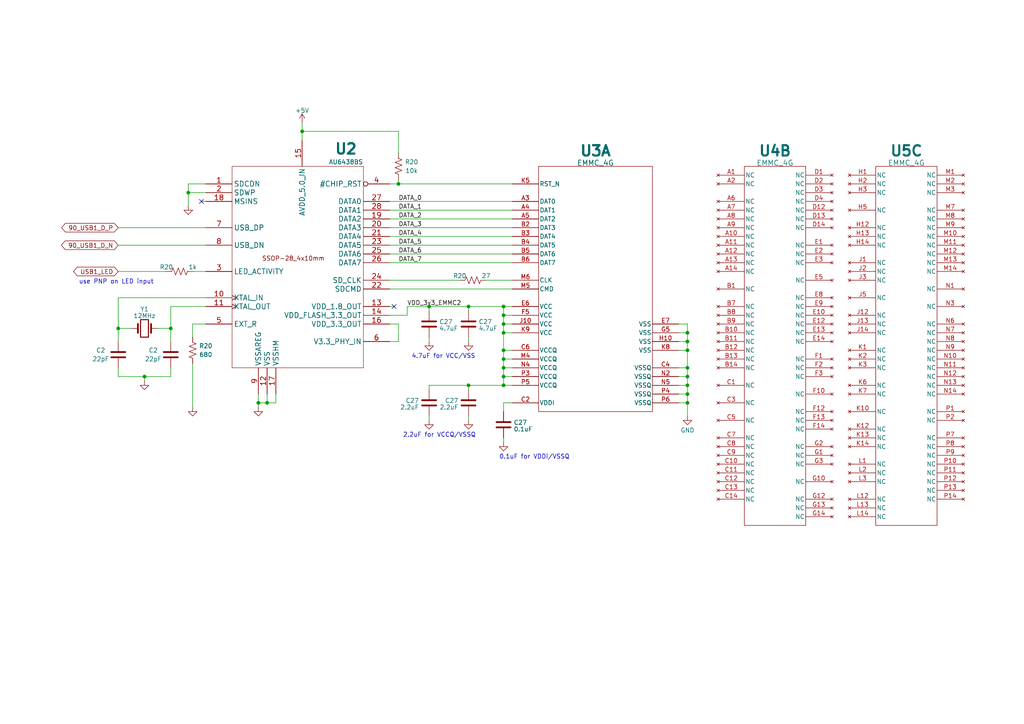
<source format=kicad_sch>
(kicad_sch (version 20230121) (generator eeschema)
  (paper "A4")
  (lib_symbols
    (symbol "Device:C" (pin_numbers hide) (pin_names (offset 0.254))
      (property "Reference" "C" (at 0.635 2.54 0))
      (property "Value" "C" (at 0.635 -2.54 0))
      (symbol "C_0_1"
        (polyline (pts (xy -2.032 -0.762) (xy 2.032 -0.762)) (stroke (width 0.508)))
        (polyline (pts (xy -2.032 0.762) (xy 2.032 0.762)) (stroke (width 0.508)))
      )
      (symbol "C_1_1"
        (pin passive line (at 0 3.81 270) (length 2.794) (name "~") (number "1"))
        (pin passive line (at 0 -3.81 90) (length 2.794) (name "~") (number "2"))
      )
    )
    (symbol "Device:Crystal" (pin_numbers hide) (pin_names (offset 1.016) hide)
      (property "Reference" "Y" (at 0 3.81 0))
      (property "Value" "Crystal" (at 0 -3.81 0))
      (symbol "Crystal_0_1"
        (rectangle (start -1.143 2.54) (end 1.143 -2.54) (stroke (width 0.3048)))
        (polyline (pts (xy -2.54 0) (xy -1.905 0)))
        (polyline (pts (xy -1.905 -1.27) (xy -1.905 1.27)) (stroke (width 0.508)))
        (polyline (pts (xy 1.905 -1.27) (xy 1.905 1.27)) (stroke (width 0.508)))
        (polyline (pts (xy 2.54 0) (xy 1.905 0)))
      )
      (symbol "Crystal_1_1"
        (pin passive line (at -3.81 0 0) (length 1.27) (name "1") (number "1"))
        (pin passive line (at 3.81 0 180) (length 1.27) (name "2") (number "2"))
      )
    )
    (symbol "Device:R_US" (pin_numbers hide) (pin_names (offset 0))
      (property "Reference" "R" (at 2.54 0 90))
      (property "Value" "R_US" (at -2.54 0 90))
      (symbol "R_US_0_1"
        (polyline (pts (xy 0 -2.286) (xy 0 -2.54)))
        (polyline (pts (xy 0 2.286) (xy 0 2.54)))
        (polyline (pts (xy 0 -0.762) (xy 1.016 -1.143) (xy 0 -1.524) (xy -1.016 -1.905) (xy 0 -2.286)))
        (polyline (pts (xy 0 0.762) (xy 1.016 0.381) (xy 0 0) (xy -1.016 -0.381) (xy 0 -0.762)))
        (polyline (pts (xy 0 2.286) (xy 1.016 1.905) (xy 0 1.524) (xy -1.016 1.143) (xy 0 0.762)))
      )
      (symbol "R_US_1_1"
        (pin passive line (at 0 3.81 270) (length 1.27) (name "~") (number "1"))
        (pin passive line (at 0 -3.81 90) (length 1.27) (name "~") (number "2"))
      )
    )
    (symbol "html_accel_Symbols:AU6438BS"
      (property "Reference" "U" (at 33.02 5.08 0))
      (property "Value" "AU6438BS" (at 33.02 1.27 0))
      (symbol "AU6438BS_0_1"
        (text "SSOP-28_4x10mm" (at 17.78 -26.67 0) (effects (font (size 1.27 1.27))))
      )
      (symbol "AU6438BS_1_1"
        (polyline (pts (xy 0 -58.42) (xy 38.1 -58.42)) (stroke (width 0.127)))
        (polyline (pts (xy 0 0) (xy 0 -58.42)) (stroke (width 0.127)))
        (polyline (pts (xy 38.1 -58.42) (xy 38.1 0)) (stroke (width 0.127)))
        (polyline (pts (xy 38.1 0) (xy 0 0)) (stroke (width 0.127)))
        (pin bidirectional line (at -7.62 -5.08 0) (length 7.62) (name "SDCDN") (number "1"))
        (pin input clock (at -7.62 -38.1 0) (length 7.62) (name "XTAL_IN") (number "10"))
        (pin input clock (at -7.62 -40.64 0) (length 7.62) (name "XTAL_OUT") (number "11"))
        (pin power_in line (at 10.16 -66.04 90) (length 7.62) (name "VSS") (number "12"))
        (pin power_out line (at 45.72 -40.64 180) (length 7.62) (name "VDD_1.8_OUT") (number "13"))
        (pin power_out line (at 45.72 -43.18 180) (length 7.62) (name "VDD_FLASH_3.3_OUT") (number "14"))
        (pin power_in line (at 20.32 7.62 270) (length 7.62) (name "AVDD_5.0_IN") (number "15"))
        (pin power_out line (at 45.72 -45.72 180) (length 7.62) (name "VDD_3.3_OUT") (number "16"))
        (pin power_in line (at 12.7 -66.04 90) (length 7.62) (name "VSSHM") (number "17"))
        (pin bidirectional line (at -7.62 -10.16 0) (length 7.62) (name "MSINS") (number "18"))
        (pin bidirectional line (at 45.72 -15.24 180) (length 7.62) (name "DATA2") (number "19"))
        (pin bidirectional line (at -7.62 -7.62 0) (length 7.62) (name "SDWP") (number "2"))
        (pin bidirectional line (at 45.72 -17.78 180) (length 7.62) (name "DATA3") (number "20"))
        (pin bidirectional line (at 45.72 -20.32 180) (length 7.62) (name "DATA4") (number "21"))
        (pin bidirectional line (at 45.72 -35.56 180) (length 7.62) (name "SDCMD") (number "22"))
        (pin bidirectional line (at 45.72 -22.86 180) (length 7.62) (name "DATA5") (number "23"))
        (pin bidirectional line (at 45.72 -33.02 180) (length 7.62) (name "SD_CLK") (number "24"))
        (pin bidirectional line (at 45.72 -25.4 180) (length 7.62) (name "DATA6") (number "25"))
        (pin bidirectional line (at 45.72 -27.94 180) (length 7.62) (name "DATA7") (number "26"))
        (pin bidirectional line (at 45.72 -10.16 180) (length 7.62) (name "DATA0") (number "27"))
        (pin bidirectional line (at 45.72 -12.7 180) (length 7.62) (name "DATA1") (number "28"))
        (pin output line (at -7.62 -30.48 0) (length 7.62) (name "LED_ACTIVITY") (number "3"))
        (pin input inverted (at 45.72 -5.08 180) (length 7.62) (name "#CHIP_RST") (number "4"))
        (pin input line (at -7.62 -45.72 0) (length 7.62) (name "EXT_R") (number "5"))
        (pin power_in line (at 45.72 -50.8 180) (length 7.62) (name "V3.3_PHY_IN") (number "6"))
        (pin bidirectional line (at -7.62 -17.78 0) (length 7.62) (name "USB_DP") (number "7"))
        (pin bidirectional line (at -7.62 -22.86 0) (length 7.62) (name "USB_DN") (number "8"))
        (pin power_in line (at 7.62 -66.04 90) (length 7.62) (name "VSSAREG") (number "9"))
      )
    )
    (symbol "html_accel_Symbols:EMMC_4G" (pin_names (offset 0.254))
      (property "Reference" "U" (at 15.24 12.7 0))
      (property "Value" "EMMC_4G" (at 17.78 7.62 0))
      (symbol "EMMC_4G_1_1"
        (rectangle (start 7.62 5.08) (end 40.64 -66.04))
        (pin bidirectional line (at 0 -5.08 0) (length 7.62) (name "DAT0") (number "A3"))
        (pin bidirectional line (at 0 -7.62 0) (length 7.62) (name "DAT1") (number "A4"))
        (pin bidirectional line (at 0 -10.16 0) (length 7.62) (name "DAT2") (number "A5"))
        (pin bidirectional line (at 0 -12.7 0) (length 7.62) (name "DAT3") (number "B2"))
        (pin bidirectional line (at 0 -15.24 0) (length 7.62) (name "DAT4") (number "B3"))
        (pin bidirectional line (at 0 -17.78 0) (length 7.62) (name "DAT5") (number "B4"))
        (pin bidirectional line (at 0 -20.32 0) (length 7.62) (name "DAT6") (number "B5"))
        (pin bidirectional line (at 0 -22.86 0) (length 7.62) (name "DAT7") (number "B6"))
        (pin power_out line (at 0 -63.5 0) (length 7.62) (name "VDDI") (number "C2"))
        (pin power_in line (at 48.26 -53.34 180) (length 7.62) (name "VSSQ") (number "C4"))
        (pin power_in line (at 0 -48.26 0) (length 7.62) (name "VCCQ") (number "C6"))
        (pin power_in line (at 0 -35.56 0) (length 7.62) (name "VCC") (number "E6"))
        (pin power_in line (at 48.26 -40.64 180) (length 7.62) (name "VSS") (number "E7"))
        (pin power_in line (at 0 -38.1 0) (length 7.62) (name "VCC") (number "F5"))
        (pin power_in line (at 48.26 -43.18 180) (length 7.62) (name "VSS") (number "G5"))
        (pin power_in line (at 48.26 -45.72 180) (length 7.62) (name "VSS") (number "H10"))
        (pin power_in line (at 0 -40.64 0) (length 7.62) (name "VCC") (number "J10"))
        (pin bidirectional line (at 0 0 0) (length 7.62) (name "RST_N") (number "K5"))
        (pin power_in line (at 48.26 -48.26 180) (length 7.62) (name "VSS") (number "K8"))
        (pin power_in line (at 0 -43.18 0) (length 7.62) (name "VCC") (number "K9"))
        (pin power_in line (at 0 -50.8 0) (length 7.62) (name "VCCQ") (number "M4"))
        (pin bidirectional line (at 0 -30.48 0) (length 7.62) (name "CMD") (number "M5"))
        (pin input line (at 0 -27.94 0) (length 7.62) (name "CLK") (number "M6"))
        (pin power_in line (at 48.26 -55.88 180) (length 7.62) (name "VSSQ") (number "N2"))
        (pin power_in line (at 0 -53.34 0) (length 7.62) (name "VCCQ") (number "N4"))
        (pin power_in line (at 48.26 -58.42 180) (length 7.62) (name "VSSQ") (number "N5"))
        (pin power_in line (at 0 -55.88 0) (length 7.62) (name "VCCQ") (number "P3"))
        (pin power_in line (at 48.26 -60.96 180) (length 7.62) (name "VSSQ") (number "P4"))
        (pin power_in line (at 0 -58.42 0) (length 7.62) (name "VCCQ") (number "P5"))
        (pin power_in line (at 48.26 -63.5 180) (length 7.62) (name "VSSQ") (number "P6"))
      )
      (symbol "EMMC_4G_2_1"
        (rectangle (start 7.62 5.08) (end 25.4 -99.06))
        (pin no_connect line (at 0 2.54 0) (length 7.62) (name "NC") (number "A1"))
        (pin no_connect line (at 0 -15.24 0) (length 7.62) (name "NC") (number "A10"))
        (pin no_connect line (at 0 -17.78 0) (length 7.62) (name "NC") (number "A11"))
        (pin no_connect line (at 0 -20.32 0) (length 7.62) (name "NC") (number "A12"))
        (pin no_connect line (at 0 -22.86 0) (length 7.62) (name "NC") (number "A13"))
        (pin no_connect line (at 0 -25.4 0) (length 7.62) (name "NC") (number "A14"))
        (pin no_connect line (at 0 0 0) (length 7.62) (name "NC") (number "A2"))
        (pin no_connect line (at 0 -5.08 0) (length 7.62) (name "NC") (number "A6"))
        (pin no_connect line (at 0 -7.62 0) (length 7.62) (name "NC") (number "A7"))
        (pin no_connect line (at 0 -10.16 0) (length 7.62) (name "NC") (number "A8"))
        (pin no_connect line (at 0 -12.7 0) (length 7.62) (name "NC") (number "A9"))
        (pin no_connect line (at 0 -30.48 0) (length 7.62) (name "NC") (number "B1"))
        (pin no_connect line (at 0 -43.18 0) (length 7.62) (name "NC") (number "B10"))
        (pin no_connect line (at 0 -45.72 0) (length 7.62) (name "NC") (number "B11"))
        (pin no_connect line (at 0 -48.26 0) (length 7.62) (name "NC") (number "B12"))
        (pin no_connect line (at 0 -50.8 0) (length 7.62) (name "NC") (number "B13"))
        (pin no_connect line (at 0 -53.34 0) (length 7.62) (name "NC") (number "B14"))
        (pin no_connect line (at 0 -35.56 0) (length 7.62) (name "NC") (number "B7"))
        (pin no_connect line (at 0 -38.1 0) (length 7.62) (name "NC") (number "B8"))
        (pin no_connect line (at 0 -40.64 0) (length 7.62) (name "NC") (number "B9"))
        (pin no_connect line (at 0 -58.42 0) (length 7.62) (name "NC") (number "C1"))
        (pin no_connect line (at 0 -81.28 0) (length 7.62) (name "NC") (number "C10"))
        (pin no_connect line (at 0 -83.82 0) (length 7.62) (name "NC") (number "C11"))
        (pin no_connect line (at 0 -86.36 0) (length 7.62) (name "NC") (number "C12"))
        (pin no_connect line (at 0 -88.9 0) (length 7.62) (name "NC") (number "C13"))
        (pin no_connect line (at 0 -91.44 0) (length 7.62) (name "NC") (number "C14"))
        (pin no_connect line (at 0 -63.5 0) (length 7.62) (name "NC") (number "C3"))
        (pin no_connect line (at 0 -68.58 0) (length 7.62) (name "NC") (number "C5"))
        (pin no_connect line (at 0 -73.66 0) (length 7.62) (name "NC") (number "C7"))
        (pin no_connect line (at 0 -76.2 0) (length 7.62) (name "NC") (number "C8"))
        (pin no_connect line (at 0 -78.74 0) (length 7.62) (name "NC") (number "C9"))
        (pin no_connect line (at 33.02 2.54 180) (length 7.62) (name "NC") (number "D1"))
        (pin no_connect line (at 33.02 -7.62 180) (length 7.62) (name "NC") (number "D12"))
        (pin no_connect line (at 33.02 -10.16 180) (length 7.62) (name "NC") (number "D13"))
        (pin no_connect line (at 33.02 -12.7 180) (length 7.62) (name "NC") (number "D14"))
        (pin no_connect line (at 33.02 0 180) (length 7.62) (name "NC") (number "D2"))
        (pin no_connect line (at 33.02 -2.54 180) (length 7.62) (name "NC") (number "D3"))
        (pin no_connect line (at 33.02 -5.08 180) (length 7.62) (name "NC") (number "D4"))
        (pin no_connect line (at 33.02 -17.78 180) (length 7.62) (name "NC") (number "E1"))
        (pin no_connect line (at 33.02 -38.1 180) (length 7.62) (name "NC") (number "E10"))
        (pin no_connect line (at 33.02 -40.64 180) (length 7.62) (name "NC") (number "E12"))
        (pin no_connect line (at 33.02 -43.18 180) (length 7.62) (name "NC") (number "E13"))
        (pin no_connect line (at 33.02 -45.72 180) (length 7.62) (name "NC") (number "E14"))
        (pin no_connect line (at 33.02 -20.32 180) (length 7.62) (name "NC") (number "E2"))
        (pin no_connect line (at 33.02 -22.86 180) (length 7.62) (name "NC") (number "E3"))
        (pin no_connect line (at 33.02 -27.94 180) (length 7.62) (name "NC") (number "E5"))
        (pin no_connect line (at 33.02 -33.02 180) (length 7.62) (name "NC") (number "E8"))
        (pin no_connect line (at 33.02 -35.56 180) (length 7.62) (name "NC") (number "E9"))
        (pin no_connect line (at 33.02 -50.8 180) (length 7.62) (name "NC") (number "F1"))
        (pin no_connect line (at 33.02 -60.96 180) (length 7.62) (name "NC") (number "F10"))
        (pin no_connect line (at 33.02 -66.04 180) (length 7.62) (name "NC") (number "F12"))
        (pin no_connect line (at 33.02 -68.58 180) (length 7.62) (name "NC") (number "F13"))
        (pin no_connect line (at 33.02 -71.12 180) (length 7.62) (name "NC") (number "F14"))
        (pin no_connect line (at 33.02 -53.34 180) (length 7.62) (name "NC") (number "F2"))
        (pin no_connect line (at 33.02 -55.88 180) (length 7.62) (name "NC") (number "F3"))
        (pin no_connect line (at 33.02 -78.74 180) (length 7.62) (name "NC") (number "G1"))
        (pin no_connect line (at 33.02 -86.36 180) (length 7.62) (name "NC") (number "G10"))
        (pin no_connect line (at 33.02 -91.44 180) (length 7.62) (name "NC") (number "G12"))
        (pin no_connect line (at 33.02 -93.98 180) (length 7.62) (name "NC") (number "G13"))
        (pin no_connect line (at 33.02 -96.52 180) (length 7.62) (name "NC") (number "G14"))
        (pin no_connect line (at 33.02 -76.2 180) (length 7.62) (name "NC") (number "G2"))
        (pin no_connect line (at 33.02 -81.28 180) (length 7.62) (name "NC") (number "G3"))
      )
      (symbol "EMMC_4G_3_1"
        (rectangle (start 7.62 5.08) (end 25.4 -99.06))
        (pin no_connect line (at 0 2.54 0) (length 7.62) (name "NC") (number "H1"))
        (pin no_connect line (at 0 -12.7 0) (length 7.62) (name "NC") (number "H12"))
        (pin no_connect line (at 0 -15.24 0) (length 7.62) (name "NC") (number "H13"))
        (pin no_connect line (at 0 -17.78 0) (length 7.62) (name "NC") (number "H14"))
        (pin no_connect line (at 0 0 0) (length 7.62) (name "NC") (number "H2"))
        (pin no_connect line (at 0 -2.54 0) (length 7.62) (name "NC") (number "H3"))
        (pin no_connect line (at 0 -7.62 0) (length 7.62) (name "NC") (number "H5"))
        (pin no_connect line (at 0 -22.86 0) (length 7.62) (name "NC") (number "J1"))
        (pin no_connect line (at 0 -38.1 0) (length 7.62) (name "NC") (number "J12"))
        (pin no_connect line (at 0 -40.64 0) (length 7.62) (name "NC") (number "J13"))
        (pin no_connect line (at 0 -43.18 0) (length 7.62) (name "NC") (number "J14"))
        (pin no_connect line (at 0 -25.4 0) (length 7.62) (name "NC") (number "J2"))
        (pin no_connect line (at 0 -27.94 0) (length 7.62) (name "NC") (number "J3"))
        (pin no_connect line (at 0 -33.02 0) (length 7.62) (name "NC") (number "J5"))
        (pin no_connect line (at 0 -48.26 0) (length 7.62) (name "NC") (number "K1"))
        (pin no_connect line (at 0 -66.04 0) (length 7.62) (name "NC") (number "K10"))
        (pin no_connect line (at 0 -71.12 0) (length 7.62) (name "NC") (number "K12"))
        (pin no_connect line (at 0 -73.66 0) (length 7.62) (name "NC") (number "K13"))
        (pin no_connect line (at 0 -76.2 0) (length 7.62) (name "NC") (number "K14"))
        (pin no_connect line (at 0 -50.8 0) (length 7.62) (name "NC") (number "K2"))
        (pin no_connect line (at 0 -53.34 0) (length 7.62) (name "NC") (number "K3"))
        (pin no_connect line (at 0 -58.42 0) (length 7.62) (name "NC") (number "K6"))
        (pin no_connect line (at 0 -60.96 0) (length 7.62) (name "NC") (number "K7"))
        (pin no_connect line (at 0 -81.28 0) (length 7.62) (name "NC") (number "L1"))
        (pin no_connect line (at 0 -91.44 0) (length 7.62) (name "NC") (number "L12"))
        (pin no_connect line (at 0 -93.98 0) (length 7.62) (name "NC") (number "L13"))
        (pin no_connect line (at 0 -96.52 0) (length 7.62) (name "NC") (number "L14"))
        (pin no_connect line (at 0 -83.82 0) (length 7.62) (name "NC") (number "L2"))
        (pin no_connect line (at 0 -86.36 0) (length 7.62) (name "NC") (number "L3"))
        (pin no_connect line (at 33.02 2.54 180) (length 7.62) (name "NC") (number "M1"))
        (pin no_connect line (at 33.02 -15.24 180) (length 7.62) (name "NC") (number "M10"))
        (pin no_connect line (at 33.02 -17.78 180) (length 7.62) (name "NC") (number "M11"))
        (pin no_connect line (at 33.02 -20.32 180) (length 7.62) (name "NC") (number "M12"))
        (pin no_connect line (at 33.02 -22.86 180) (length 7.62) (name "NC") (number "M13"))
        (pin no_connect line (at 33.02 -25.4 180) (length 7.62) (name "NC") (number "M14"))
        (pin no_connect line (at 33.02 0 180) (length 7.62) (name "NC") (number "M2"))
        (pin no_connect line (at 33.02 -2.54 180) (length 7.62) (name "NC") (number "M3"))
        (pin no_connect line (at 33.02 -7.62 180) (length 7.62) (name "NC") (number "M7"))
        (pin no_connect line (at 33.02 -10.16 180) (length 7.62) (name "NC") (number "M8"))
        (pin no_connect line (at 33.02 -12.7 180) (length 7.62) (name "NC") (number "M9"))
        (pin no_connect line (at 33.02 -30.48 180) (length 7.62) (name "NC") (number "N1"))
        (pin no_connect line (at 33.02 -50.8 180) (length 7.62) (name "NC") (number "N10"))
        (pin no_connect line (at 33.02 -53.34 180) (length 7.62) (name "NC") (number "N11"))
        (pin no_connect line (at 33.02 -55.88 180) (length 7.62) (name "NC") (number "N12"))
        (pin no_connect line (at 33.02 -58.42 180) (length 7.62) (name "NC") (number "N13"))
        (pin no_connect line (at 33.02 -60.96 180) (length 7.62) (name "NC") (number "N14"))
        (pin no_connect line (at 33.02 -35.56 180) (length 7.62) (name "NC") (number "N3"))
        (pin no_connect line (at 33.02 -40.64 180) (length 7.62) (name "NC") (number "N6"))
        (pin no_connect line (at 33.02 -43.18 180) (length 7.62) (name "NC") (number "N7"))
        (pin no_connect line (at 33.02 -45.72 180) (length 7.62) (name "NC") (number "N8"))
        (pin no_connect line (at 33.02 -48.26 180) (length 7.62) (name "NC") (number "N9"))
        (pin no_connect line (at 33.02 -66.04 180) (length 7.62) (name "NC") (number "P1"))
        (pin no_connect line (at 33.02 -81.28 180) (length 7.62) (name "NC") (number "P10"))
        (pin no_connect line (at 33.02 -83.82 180) (length 7.62) (name "NC") (number "P11"))
        (pin no_connect line (at 33.02 -86.36 180) (length 7.62) (name "NC") (number "P12"))
        (pin no_connect line (at 33.02 -88.9 180) (length 7.62) (name "NC") (number "P13"))
        (pin no_connect line (at 33.02 -91.44 180) (length 7.62) (name "NC") (number "P14"))
        (pin no_connect line (at 33.02 -68.58 180) (length 7.62) (name "NC") (number "P2"))
        (pin no_connect line (at 33.02 -73.66 180) (length 7.62) (name "NC") (number "P7"))
        (pin no_connect line (at 33.02 -76.2 180) (length 7.62) (name "NC") (number "P8"))
        (pin no_connect line (at 33.02 -78.74 180) (length 7.62) (name "NC") (number "P9"))
      )
    )
    (symbol "power:+5V" (power) (pin_names (offset 0))
      (property "Value" "+5V" (at 0 3.556 0))
      (symbol "+5V_0_1"
        (polyline (pts (xy -0.762 1.27) (xy 0 2.54)))
        (polyline (pts (xy 0 0) (xy 0 2.54)))
        (polyline (pts (xy 0 2.54) (xy 0.762 1.27)))
      )
      (symbol "+5V_1_1"
        (pin power_in line (at 0 0 90) (length 0) hide (name "+5V") (number "1"))
      )
    )
    (symbol "power:GND" (power) (pin_names (offset 0))
      (property "Value" "GND" (at 0 -3.81 0))
      (symbol "GND_0_1"
        (polyline (pts (xy 0 0) (xy 0 -1.27) (xy 1.27 -1.27) (xy 0 -2.54) (xy -1.27 -1.27) (xy 0 -1.27)))
      )
      (symbol "GND_1_1"
        (pin power_in line (at 0 0 270) (length 0) hide (name "GND") (number "1"))
      )
    )
  )
  (junction (at 199.39 111.76))
  (junction (at 41.91 109.22))
  (junction (at 146.05 101.6))
  (junction (at 49.53 95.25))
  (junction (at 146.05 96.52))
  (junction (at 87.63 38.1))
  (junction (at 115.57 53.34))
  (junction (at 199.39 116.84))
  (junction (at 199.39 106.68))
  (junction (at 74.93 116.84))
  (junction (at 146.05 88.9))
  (junction (at 135.89 111.76))
  (junction (at 199.39 96.52))
  (junction (at 77.47 116.84))
  (junction (at 135.89 88.9))
  (junction (at 146.05 111.76))
  (junction (at 54.61 55.88))
  (junction (at 146.05 109.22))
  (junction (at 199.39 114.3))
  (junction (at 199.39 109.22))
  (junction (at 34.29 95.25))
  (junction (at 124.46 88.9))
  (junction (at 199.39 99.06))
  (junction (at 146.05 104.14))
  (junction (at 199.39 101.6))
  (junction (at 146.05 93.98))
  (junction (at 146.05 106.68))
  (junction (at 146.05 91.44))
  (no_connect (at 114.3 88.9))
  (no_connect (at 58.42 58.42))
  (wire (pts (xy 113.03 93.98) (xy 115.57 93.98)))
  (wire (pts (xy 34.29 109.22) (xy 34.29 106.68)))
  (wire (pts (xy 199.39 109.22) (xy 199.39 111.76)))
  (wire (pts (xy 113.03 53.34) (xy 115.57 53.34)))
  (wire (pts (xy 124.46 88.9) (xy 124.46 90.17)))
  (wire (pts (xy 146.05 116.84) (xy 146.05 119.38)))
  (wire (pts (xy 113.03 63.5) (xy 148.59 63.5)))
  (wire (pts (xy 146.05 101.6) (xy 148.59 101.6)))
  (wire (pts (xy 146.05 93.98) (xy 146.05 91.44)))
  (wire (pts (xy 199.39 93.98) (xy 199.39 96.52)))
  (wire (pts (xy 196.85 96.52) (xy 199.39 96.52)))
  (wire (pts (xy 135.89 111.76) (xy 135.89 113.03)))
  (wire (pts (xy 196.85 111.76) (xy 199.39 111.76)))
  (wire (pts (xy 80.01 116.84) (xy 77.47 116.84)))
  (wire (pts (xy 59.69 71.12) (xy 34.29 71.12)))
  (wire (pts (xy 146.05 91.44) (xy 148.59 91.44)))
  (wire (pts (xy 196.85 116.84) (xy 199.39 116.84)))
  (wire (pts (xy 196.85 93.98) (xy 199.39 93.98)))
  (wire (pts (xy 115.57 99.06) (xy 113.03 99.06)))
  (wire (pts (xy 59.69 93.98) (xy 55.88 93.98)))
  (wire (pts (xy 41.91 110.49) (xy 41.91 109.22)))
  (wire (pts (xy 115.57 44.45) (xy 115.57 38.1)))
  (wire (pts (xy 54.61 53.34) (xy 54.61 55.88)))
  (wire (pts (xy 113.03 66.04) (xy 148.59 66.04)))
  (wire (pts (xy 199.39 116.84) (xy 199.39 120.65)))
  (wire (pts (xy 146.05 101.6) (xy 146.05 96.52)))
  (wire (pts (xy 113.03 88.9) (xy 114.3 88.9)))
  (wire (pts (xy 59.69 53.34) (xy 54.61 53.34)))
  (wire (pts (xy 146.05 88.9) (xy 148.59 88.9)))
  (wire (pts (xy 146.05 104.14) (xy 146.05 101.6)))
  (wire (pts (xy 49.53 88.9) (xy 59.69 88.9)))
  (wire (pts (xy 34.29 78.74) (xy 48.26 78.74)))
  (wire (pts (xy 41.91 109.22) (xy 49.53 109.22)))
  (wire (pts (xy 135.89 99.06) (xy 135.89 97.79)))
  (wire (pts (xy 74.93 114.3) (xy 74.93 116.84)))
  (wire (pts (xy 115.57 53.34) (xy 148.59 53.34)))
  (wire (pts (xy 199.39 106.68) (xy 199.39 109.22)))
  (wire (pts (xy 55.88 93.98) (xy 55.88 97.79)))
  (wire (pts (xy 199.39 114.3) (xy 199.39 116.84)))
  (wire (pts (xy 124.46 99.06) (xy 124.46 97.79)))
  (wire (pts (xy 199.39 111.76) (xy 199.39 114.3)))
  (wire (pts (xy 148.59 116.84) (xy 146.05 116.84)))
  (wire (pts (xy 113.03 73.66) (xy 148.59 73.66)))
  (wire (pts (xy 54.61 55.88) (xy 54.61 59.69)))
  (wire (pts (xy 59.69 55.88) (xy 54.61 55.88)))
  (wire (pts (xy 148.59 111.76) (xy 146.05 111.76)))
  (wire (pts (xy 140.97 81.28) (xy 148.59 81.28)))
  (wire (pts (xy 196.85 101.6) (xy 199.39 101.6)))
  (wire (pts (xy 135.89 111.76) (xy 124.46 111.76)))
  (wire (pts (xy 146.05 106.68) (xy 146.05 104.14)))
  (wire (pts (xy 146.05 91.44) (xy 146.05 88.9)))
  (wire (pts (xy 77.47 116.84) (xy 74.93 116.84)))
  (wire (pts (xy 146.05 96.52) (xy 146.05 93.98)))
  (wire (pts (xy 55.88 78.74) (xy 59.69 78.74)))
  (wire (pts (xy 34.29 86.36) (xy 59.69 86.36)))
  (wire (pts (xy 146.05 96.52) (xy 148.59 96.52)))
  (wire (pts (xy 49.53 106.68) (xy 49.53 109.22)))
  (wire (pts (xy 113.03 76.2) (xy 148.59 76.2)))
  (wire (pts (xy 146.05 93.98) (xy 148.59 93.98)))
  (wire (pts (xy 113.03 68.58) (xy 148.59 68.58)))
  (wire (pts (xy 135.89 88.9) (xy 146.05 88.9)))
  (wire (pts (xy 146.05 111.76) (xy 146.05 109.22)))
  (wire (pts (xy 113.03 71.12) (xy 148.59 71.12)))
  (wire (pts (xy 196.85 109.22) (xy 199.39 109.22)))
  (wire (pts (xy 115.57 52.07) (xy 115.57 53.34)))
  (wire (pts (xy 199.39 96.52) (xy 199.39 99.06)))
  (wire (pts (xy 115.57 38.1) (xy 87.63 38.1)))
  (wire (pts (xy 74.93 116.84) (xy 74.93 118.11)))
  (wire (pts (xy 118.11 88.9) (xy 124.46 88.9)))
  (wire (pts (xy 113.03 58.42) (xy 148.59 58.42)))
  (wire (pts (xy 124.46 88.9) (xy 135.89 88.9)))
  (wire (pts (xy 49.53 95.25) (xy 49.53 99.06)))
  (wire (pts (xy 115.57 93.98) (xy 115.57 99.06)))
  (wire (pts (xy 124.46 111.76) (xy 124.46 113.03)))
  (wire (pts (xy 146.05 106.68) (xy 148.59 106.68)))
  (wire (pts (xy 34.29 86.36) (xy 34.29 95.25)))
  (wire (pts (xy 113.03 81.28) (xy 133.35 81.28)))
  (wire (pts (xy 113.03 91.44) (xy 118.11 91.44)))
  (wire (pts (xy 199.39 99.06) (xy 199.39 101.6)))
  (wire (pts (xy 146.05 109.22) (xy 146.05 106.68)))
  (wire (pts (xy 135.89 88.9) (xy 135.89 90.17)))
  (wire (pts (xy 77.47 114.3) (xy 77.47 116.84)))
  (wire (pts (xy 55.88 105.41) (xy 55.88 118.11)))
  (wire (pts (xy 49.53 88.9) (xy 49.53 95.25)))
  (wire (pts (xy 196.85 106.68) (xy 199.39 106.68)))
  (wire (pts (xy 87.63 35.56) (xy 87.63 38.1)))
  (wire (pts (xy 80.01 114.3) (xy 80.01 116.84)))
  (wire (pts (xy 146.05 128.27) (xy 146.05 127)))
  (wire (pts (xy 41.91 109.22) (xy 34.29 109.22)))
  (wire (pts (xy 196.85 99.06) (xy 199.39 99.06)))
  (wire (pts (xy 34.29 95.25) (xy 38.1 95.25)))
  (wire (pts (xy 59.69 66.04) (xy 34.29 66.04)))
  (wire (pts (xy 113.03 60.96) (xy 148.59 60.96)))
  (wire (pts (xy 146.05 111.76) (xy 135.89 111.76)))
  (wire (pts (xy 124.46 121.92) (xy 124.46 120.65)))
  (wire (pts (xy 135.89 121.92) (xy 135.89 120.65)))
  (wire (pts (xy 196.85 114.3) (xy 199.39 114.3)))
  (wire (pts (xy 59.69 58.42) (xy 58.42 58.42)))
  (wire (pts (xy 34.29 95.25) (xy 34.29 99.06)))
  (wire (pts (xy 113.03 83.82) (xy 148.59 83.82)))
  (wire (pts (xy 118.11 91.44) (xy 118.11 88.9)))
  (wire (pts (xy 45.72 95.25) (xy 49.53 95.25)))
  (wire (pts (xy 87.63 38.1) (xy 87.63 40.64)))
  (wire (pts (xy 146.05 109.22) (xy 148.59 109.22)))
  (wire (pts (xy 199.39 101.6) (xy 199.39 106.68)))
  (wire (pts (xy 146.05 104.14) (xy 148.59 104.14)))
  (text "4.7uF for VCC/VSS" (at 119.38 104.14 0) (effects (font (size 1.27 1.27)) (justify left bottom)))
  (text "0.1uF for VDDi/VSSQ" (at 144.78 133.35 0) (effects (font (size 1.27 1.27)) (justify left bottom)))
  (text "use PNP on LED input" (at 22.86 82.55 0) (effects (font (size 1.27 1.27)) (justify left bottom)))
  (text "2.2uF for VCCQ/VSSQ" (at 116.84 127 0) (effects (font (size 1.27 1.27)) (justify left bottom)))
  (label "DATA_0" (at 115.57 58.42 0))
  (label "DATA_5" (at 115.57 71.12 0))
  (label "DATA_7" (at 115.57 76.2 0))
  (label "DATA_3" (at 115.57 66.04 0))
  (label "DATA_1" (at 115.57 60.96 0))
  (label "VDD_3v3_EMMC2" (at 118.11 88.9 0))
  (label "DATA_2" (at 115.57 63.5 0))
  (label "DATA_6" (at 115.57 73.66 0))
  (label "DATA_4" (at 115.57 68.58 0))
  (global_label "90_USB1_D_N" (shape bidirectional) (at 34.29 71.12 180) (property "Intersheetrefs" "${INTERSHEET_REFS}" (at 17.3311 71.12 0) (effects (justify right))))
  (global_label "USB1_LED" (shape bidirectional) (at 34.29 78.74 180) (property "Intersheetrefs" "${INTERSHEET_REFS}" (at 20.8387 78.74 0) (effects (justify right))))
  (global_label "90_USB1_D_P" (shape bidirectional) (at 34.29 66.04 180) (property "Intersheetrefs" "${INTERSHEET_REFS}" (at 17.3916 66.04 0) (effects (justify right))))
  (symbol (lib_id "power:GND") (at 135.89 99.06 0) (unit 1)
    (property "Reference" "#PWR044" (effects hide))
    (property "Value" "GND" (effects hide))
    (instances (project "html_accelerator" (path "" (reference "#PWR044") (unit 1)) (path "" (reference "#PWR074") (unit 1)) (path "" (reference "#PWR095") (unit 1)) (path "" (reference "#PWR0106") (unit 1)) (path "" (reference "#PWR080") (unit 1))))
  )
  (symbol (lib_id "power:GND") (at 124.46 99.06 0) (unit 1)
    (property "Reference" "#PWR044" (effects hide))
    (property "Value" "GND" (effects hide))
    (instances (project "html_accelerator" (path "" (reference "#PWR044") (unit 1)) (path "" (reference "#PWR073") (unit 1)) (path "" (reference "#PWR093") (unit 1)) (path "" (reference "#PWR0104") (unit 1)) (path "" (reference "#PWR079") (unit 1))))
  )
  (symbol (lib_id "power:GND") (at 41.91 110.49 0) (unit 1)
    (property "Reference" "#PWR012" (effects hide))
    (property "Value" "GND" (effects hide))
    (instances (project "html_accelerator" (path "" (reference "#PWR012") (unit 1)) (path "" (reference "#PWR057") (unit 1)) (path "" (reference "#PWR069") (unit 1)) (path "" (reference "#PWR088") (unit 1)) (path "" (reference "#PWR099") (unit 1)) (path "" (reference "#PWR081") (unit 1))))
  )
  (symbol (lib_id "Device:R_US") (at 137.16 81.28 90) (unit 1)
    (property "Reference" "R20" (at 133.35 80.01 90))
    (property "Value" "27" (at 140.97 80.01 90))
    (property "Footprint" "Resistor_SMD:R_0805_2012Metric_Pad1.20x1.40mm_HandSolder" (effects hide))
    (instances (project "html_accelerator" (path "" (reference "R20") (unit 1)) (path "" (reference "R3") (unit 1)) (path "" (reference "R40") (unit 1)) (path "" (reference "R51") (unit 1)) (path "" (reference "R55") (unit 1)) (path "" (reference "R48") (unit 1))))
  )
  (symbol (lib_id "power:GND") (at 124.46 121.92 0) (unit 1)
    (property "Reference" "#PWR044" (effects hide))
    (property "Value" "GND" (effects hide))
    (instances (project "html_accelerator" (path "" (reference "#PWR044") (unit 1)) (path "" (reference "#PWR075") (unit 1)) (path "" (reference "#PWR094") (unit 1)) (path "" (reference "#PWR0105") (unit 1)) (path "" (reference "#PWR085") (unit 1))))
  )
  (symbol (lib_id "html_accel_Symbols:EMMC_4G") (at 208.28 53.34 0) (unit 2)
    (property "Reference" "U4" (at 224.79 43.754 0) (effects (font (size 3 3) bold)))
    (property "Value" "EMMC_4G" (at 224.79 47.2581 0) (effects (font (size 1.524 1.524))))
    (property "Footprint" "html_accel_footprints:EMMC04G-M627-X03U_KNT" (effects hide))
    (property "Datasheet" "EMMC04G-MK27-C01C" (effects hide))
    (instances (project "html_accelerator" (path "" (reference "U4") (unit 2)) (path "" (reference "U5") (unit 2)) (path "" (reference "U9") (unit 2)) (path "" (reference "U5") (unit 2))))
  )
  (symbol (lib_id "Device:C") (at 146.05 123.19 0) (unit 1)
    (property "Reference" "C27" (at 148.971 122.5463 0) (effects (justify left)))
    (property "Value" "0.1uF" (at 148.971 124.4673 0) (effects (justify left)))
    (property "Footprint" "Capacitor_SMD:C_0805_2012Metric_Pad1.18x1.45mm_HandSolder" (effects hide))
    (instances (project "html_accelerator" (path "" (reference "C27") (unit 1)) (path "" (reference "C40") (unit 1)) (path "" (reference "C58") (unit 1)) (path "" (reference "C65") (unit 1)) (path "" (reference "C51") (unit 1))))
  )
  (symbol (lib_id "Device:C") (at 135.89 93.98 0) (unit 1)
    (property "Reference" "C27" (at 138.811 93.3363 0) (effects (justify left)))
    (property "Value" "4.7uF" (at 138.811 95.2573 0) (effects (justify left)))
    (property "Footprint" "Capacitor_SMD:C_0805_2012Metric_Pad1.18x1.45mm_HandSolder" (effects hide))
    (instances (project "html_accelerator" (path "" (reference "C27") (unit 1)) (path "" (reference "C41") (unit 1)) (path "" (reference "C56") (unit 1)) (path "" (reference "C63") (unit 1)) (path "" (reference "C46") (unit 1))))
  )
  (symbol (lib_id "power:GND") (at 55.88 118.11 0) (unit 1)
    (property "Reference" "#PWR012" (effects hide))
    (property "Value" "GND" (effects hide))
    (instances (project "html_accelerator" (path "" (reference "#PWR012") (unit 1)) (path "" (reference "#PWR057") (unit 1)) (path "" (reference "#PWR066") (unit 1)) (path "" (reference "#PWR090") (unit 1)) (path "" (reference "#PWR0101") (unit 1)) (path "" (reference "#PWR082") (unit 1))))
  )
  (symbol (lib_id "power:GND") (at 135.89 121.92 0) (unit 1)
    (property "Reference" "#PWR044" (effects hide))
    (property "Value" "GND" (effects hide))
    (instances (project "html_accelerator" (path "" (reference "#PWR044") (unit 1)) (path "" (reference "#PWR076") (unit 1)) (path "" (reference "#PWR096") (unit 1)) (path "" (reference "#PWR0107") (unit 1)) (path "" (reference "#PWR086") (unit 1))))
  )
  (symbol (lib_id "Device:C") (at 135.89 116.84 0) (mirror y) (unit 1)
    (property "Reference" "C27" (at 132.969 116.1963 0) (effects (justify left)))
    (property "Value" "2.2uF" (at 132.969 118.1173 0) (effects (justify left)))
    (property "Footprint" "Capacitor_SMD:C_0805_2012Metric_Pad1.18x1.45mm_HandSolder" (effects hide))
    (instances (project "html_accelerator" (path "" (reference "C27") (unit 1)) (path "" (reference "C44") (unit 1)) (path "" (reference "C57") (unit 1)) (path "" (reference "C64") (unit 1)) (path "" (reference "C50") (unit 1))))
  )
  (symbol (lib_id "Device:C") (at 124.46 93.98 0) (unit 1)
    (property "Reference" "C27" (at 127.381 93.3363 0) (effects (justify left)))
    (property "Value" "4.7uF" (at 127.381 95.2573 0) (effects (justify left)))
    (property "Footprint" "Capacitor_SMD:C_0805_2012Metric_Pad1.18x1.45mm_HandSolder" (effects hide))
    (instances (project "html_accelerator" (path "" (reference "C27") (unit 1)) (path "" (reference "C42") (unit 1)) (path "" (reference "C54") (unit 1)) (path "" (reference "C61") (unit 1)) (path "" (reference "C45") (unit 1))))
  )
  (symbol (lib_id "Device:C") (at 124.46 116.84 0) (mirror y) (unit 1)
    (property "Reference" "C27" (at 121.539 116.1963 0) (effects (justify left)))
    (property "Value" "2.2uF" (at 121.539 118.1173 0) (effects (justify left)))
    (property "Footprint" "Capacitor_SMD:C_0805_2012Metric_Pad1.18x1.45mm_HandSolder" (effects hide))
    (instances (project "html_accelerator" (path "" (reference "C27") (unit 1)) (path "" (reference "C43") (unit 1)) (path "" (reference "C55") (unit 1)) (path "" (reference "C62") (unit 1)) (path "" (reference "C49") (unit 1))))
  )
  (symbol (lib_id "Device:R_US") (at 115.57 48.26 0) (unit 1)
    (property "Reference" "R20" (at 119.38 46.99 0))
    (property "Value" "10k" (at 119.38 49.53 0))
    (property "Footprint" "Resistor_SMD:R_0805_2012Metric_Pad1.20x1.40mm_HandSolder" (effects hide))
    (instances (project "html_accelerator" (path "" (reference "R20") (unit 1)) (path "" (reference "R3") (unit 1)) (path "" (reference "R12") (unit 1)) (path "" (reference "R31") (unit 1)) (path "" (reference "R41") (unit 1)) (path "" (reference "R50") (unit 1)) (path "" (reference "R54") (unit 1)) (path "" (reference "R46") (unit 1))))
  )
  (symbol (lib_id "power:GND") (at 74.93 118.11 0) (unit 1)
    (property "Reference" "#PWR012" (effects hide))
    (property "Value" "GND" (effects hide))
    (instances (project "html_accelerator" (path "" (reference "#PWR012") (unit 1)) (path "" (reference "#PWR056") (unit 1)) (path "" (reference "#PWR070") (unit 1)) (path "" (reference "#PWR091") (unit 1)) (path "" (reference "#PWR0102") (unit 1)) (path "" (reference "#PWR083") (unit 1))))
  )
  (symbol (lib_id "html_accel_Symbols:AU6438BS") (at 67.31 48.26 0) (unit 1)
    (property "Reference" "U2" (at 100.33 43.18 0) (effects (font (size 3 3) bold)))
    (property "Value" "AU6438BS" (at 100.33 46.99 0))
    (property "Footprint" "Package_SO:SSOP-28_3.9x9.9mm_P0.635mm" (effects hide))
    (instances (project "html_accelerator" (path "" (reference "U2") (unit 1)) (path "" (reference "U2") (unit 1)) (path "" (reference "U7") (unit 1)) (path "" (reference "U8") (unit 1)) (path "" (reference "U8") (unit 1))))
  )
  (symbol (lib_id "html_accel_Symbols:EMMC_4G") (at 148.59 53.34 0) (unit 1)
    (property "Reference" "U3" (at 172.72 43.754 0) (effects (font (size 3 3) bold)))
    (property "Value" "EMMC_4G" (at 172.72 47.2581 0) (effects (font (size 1.524 1.524))))
    (property "Footprint" "html_accel_footprints:EMMC04G-M627-X03U_KNT" (effects hide))
    (property "Datasheet" "EMMC04G-MK27-C01C" (effects hide))
    (instances (project "html_accelerator" (path "" (reference "U3") (unit 1)) (path "" (reference "U5") (unit 1)) (path "" (reference "U9") (unit 1)) (path "" (reference "U6") (unit 1))))
  )
  (symbol (lib_id "power:+5V") (at 87.63 35.56 0) (unit 1)
    (property "Reference" "#PWR015" (effects hide))
    (property "Value" "+5V" (at 87.63 32.0581 0))
    (instances (project "html_accelerator" (path "" (reference "#PWR015") (unit 1)) (path "" (reference "#PWR019") (unit 1)) (path "" (reference "#PWR027") (unit 1))))
  )
  (symbol (lib_id "Device:Crystal") (at 41.91 95.25 0) (unit 1)
    (property "Reference" "Y1" (at 41.91 89.6747 0))
    (property "Value" "12MHz" (at 41.91 91.5957 0))
    (property "Footprint" "Crystal:Crystal_SMD_3225-4Pin_3.2x2.5mm" (effects hide))
    (instances (project "html_accelerator" (path "" (reference "Y1") (unit 1)) (path "" (reference "Y2") (unit 1)) (path "" (reference "Y4") (unit 1)) (path "" (reference "Y5") (unit 1)) (path "" (reference "Y3") (unit 1))))
  )
  (symbol (lib_id "Device:R_US") (at 52.07 78.74 90) (unit 1)
    (property "Reference" "R20" (at 48.26 77.47 90))
    (property "Value" "1k" (at 55.88 77.47 90))
    (property "Footprint" "Resistor_SMD:R_0805_2012Metric_Pad1.20x1.40mm_HandSolder" (effects hide))
    (instances (project "html_accelerator" (path "" (reference "R20") (unit 1)) (path "" (reference "R3") (unit 1)) (path "" (reference "R43") (unit 1)) (path "" (reference "R48") (unit 1)) (path "" (reference "R52") (unit 1)) (path "" (reference "R47") (unit 1))))
  )
  (symbol (lib_id "power:GND") (at 146.05 128.27 0) (unit 1)
    (property "Reference" "#PWR044" (effects hide))
    (property "Value" "GND" (effects hide))
    (instances (project "html_accelerator" (path "" (reference "#PWR044") (unit 1)) (path "" (reference "#PWR072") (unit 1)) (path "" (reference "#PWR097") (unit 1)) (path "" (reference "#PWR0108") (unit 1)) (path "" (reference "#PWR087") (unit 1))))
  )
  (symbol (lib_id "Device:C") (at 49.53 102.87 0) (mirror y) (unit 1)
    (property "Reference" "C2" (at 44.45 101.6 0))
    (property "Value" "22pF" (at 44.45 104.14 0))
    (property "Footprint" "Capacitor_SMD:C_0805_2012Metric_Pad1.18x1.45mm_HandSolder" (effects hide))
    (instances (project "html_accelerator" (path "" (reference "C2") (unit 1)) (path "" (reference "C34") (unit 1)) (path "" (reference "C37") (unit 1)) (path "" (reference "C53") (unit 1)) (path "" (reference "C60") (unit 1)) (path "" (reference "C48") (unit 1))))
  )
  (symbol (lib_id "power:GND") (at 199.39 120.65 0) (unit 1)
    (property "Reference" "#PWR012" (effects hide))
    (property "Value" "GND" (at 199.39 124.7855 0))
    (instances (project "html_accelerator" (path "" (reference "#PWR012") (unit 1)) (path "" (reference "#PWR056") (unit 1)) (path "" (reference "#PWR071") (unit 1)) (path "" (reference "#PWR098") (unit 1)) (path "" (reference "#PWR0109") (unit 1)) (path "" (reference "#PWR084") (unit 1))))
  )
  (symbol (lib_id "power:GND") (at 54.61 59.69 0) (unit 1)
    (property "Reference" "#PWR012" (effects hide))
    (property "Value" "GND" (effects hide))
    (instances (project "html_accelerator" (path "" (reference "#PWR012") (unit 1)) (path "" (reference "#PWR056") (unit 1)) (path "" (reference "#PWR068") (unit 1)) (path "" (reference "#PWR089") (unit 1)) (path "" (reference "#PWR0100") (unit 1)) (path "" (reference "#PWR078") (unit 1))))
  )
  (symbol (lib_id "Device:C") (at 34.29 102.87 0) (mirror y) (unit 1)
    (property "Reference" "C2" (at 29.21 101.6 0))
    (property "Value" "22pF" (at 29.21 104.14 0))
    (property "Footprint" "Capacitor_SMD:C_0805_2012Metric_Pad1.18x1.45mm_HandSolder" (effects hide))
    (instances (project "html_accelerator" (path "" (reference "C2") (unit 1)) (path "" (reference "C22") (unit 1)) (path "" (reference "C36") (unit 1)) (path "" (reference "C52") (unit 1)) (path "" (reference "C59") (unit 1)) (path "" (reference "C47") (unit 1))))
  )
  (symbol (lib_id "Device:R_US") (at 55.88 101.6 0) (unit 1)
    (property "Reference" "R20" (at 59.69 100.33 0))
    (property "Value" "680" (at 59.69 102.87 0))
    (property "Footprint" "Resistor_SMD:R_0805_2012Metric_Pad1.20x1.40mm_HandSolder" (effects hide))
    (instances (project "html_accelerator" (path "" (reference "R20") (unit 1)) (path "" (reference "R3") (unit 1)) (path "" (reference "R12") (unit 1)) (path "" (reference "R31") (unit 1)) (path "" (reference "R42") (unit 1)) (path "" (reference "R49") (unit 1)) (path "" (reference "R53") (unit 1)) (path "" (reference "R49") (unit 1))))
  )
  (symbol (lib_id "html_accel_Symbols:EMMC_4G") (at 246.38 53.34 0) (unit 3)
    (property "Reference" "U5" (at 262.89 43.754 0) (effects (font (size 3 3) bold)))
    (property "Value" "EMMC_4G" (at 262.89 47.2581 0) (effects (font (size 1.524 1.524))))
    (property "Footprint" "html_accel_footprints:EMMC04G-M627-X03U_KNT" (effects hide))
    (property "Datasheet" "EMMC04G-MK27-C01C" (effects hide))
    (instances (project "html_accelerator" (path "" (reference "U5") (unit 3)) (path "" (reference "U4") (unit 3)) (path "" (reference "U9") (unit 3)) (path "" (reference "U5") (unit 3))))
  )
)
</source>
